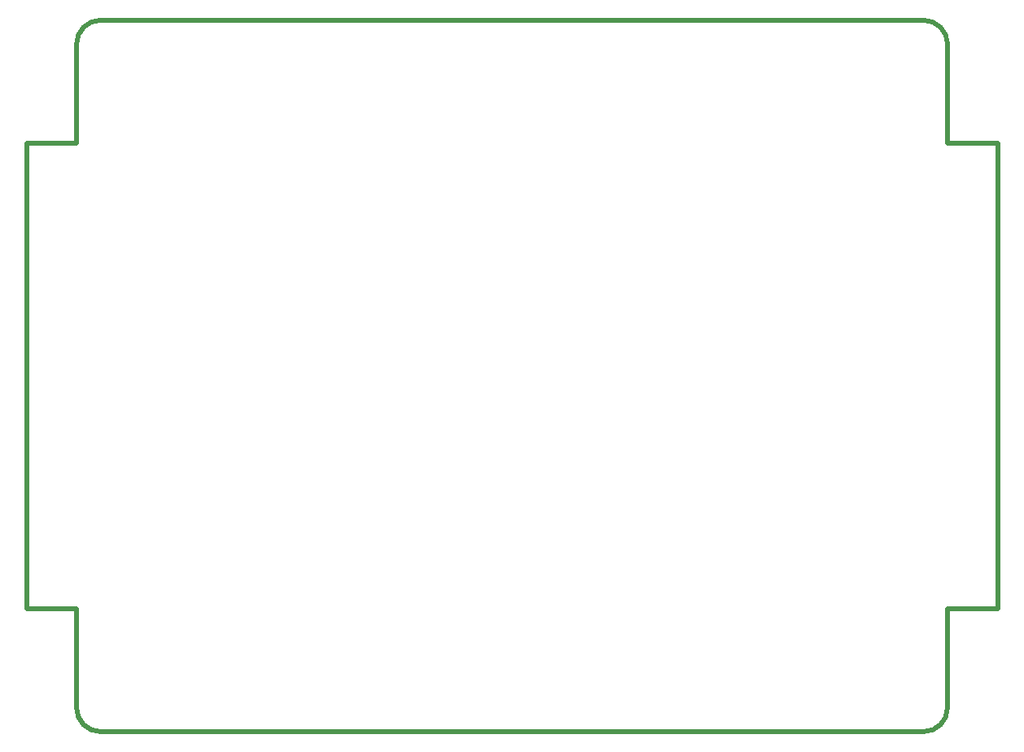
<source format=gm1>
%TF.GenerationSoftware,KiCad,Pcbnew,9.0.1*%
%TF.CreationDate,2025-07-28T23:24:02+02:00*%
%TF.ProjectId,monaco-gp-22,6d6f6e61-636f-42d6-9770-2d32322e6b69,rev?*%
%TF.SameCoordinates,Original*%
%TF.FileFunction,Profile,NP*%
%FSLAX46Y46*%
G04 Gerber Fmt 4.6, Leading zero omitted, Abs format (unit mm)*
G04 Created by KiCad (PCBNEW 9.0.1) date 2025-07-28 23:24:02*
%MOMM*%
%LPD*%
G01*
G04 APERTURE LIST*
%TA.AperFunction,Profile*%
%ADD10C,0.500000*%
%TD*%
G04 APERTURE END LIST*
D10*
X96073000Y-13507000D02*
X101283000Y-13507000D01*
X96070000Y-61860000D02*
X101280000Y-61860000D01*
X5473000Y-13507000D02*
X303000Y-13507000D01*
X5470000Y-61860000D02*
X300000Y-61860000D01*
X303000Y-13507000D02*
X300000Y-61860000D01*
X101283000Y-13507000D02*
X101280000Y-61860000D01*
%TO.C,E1*%
X5470000Y-72190000D02*
X5470000Y-61860000D01*
X7970000Y-74690000D02*
X93570000Y-74690000D01*
X96070000Y-72190000D02*
X96070000Y-61860000D01*
X7970000Y-74690000D02*
G75*
G02*
X5470000Y-72190000I0J2500000D01*
G01*
X96070000Y-72190000D02*
G75*
G02*
X93570000Y-74690000I-2500000J0D01*
G01*
%TO.C,B1*%
X5473000Y-3177000D02*
X5473000Y-13507000D01*
X7973000Y-677000D02*
X93573000Y-677000D01*
X96073000Y-3177000D02*
X96073000Y-13507000D01*
X5473000Y-3177000D02*
G75*
G02*
X7973000Y-677000I2500000J0D01*
G01*
X93573000Y-677000D02*
G75*
G02*
X96073000Y-3177000I0J-2500000D01*
G01*
%TD*%
M02*

</source>
